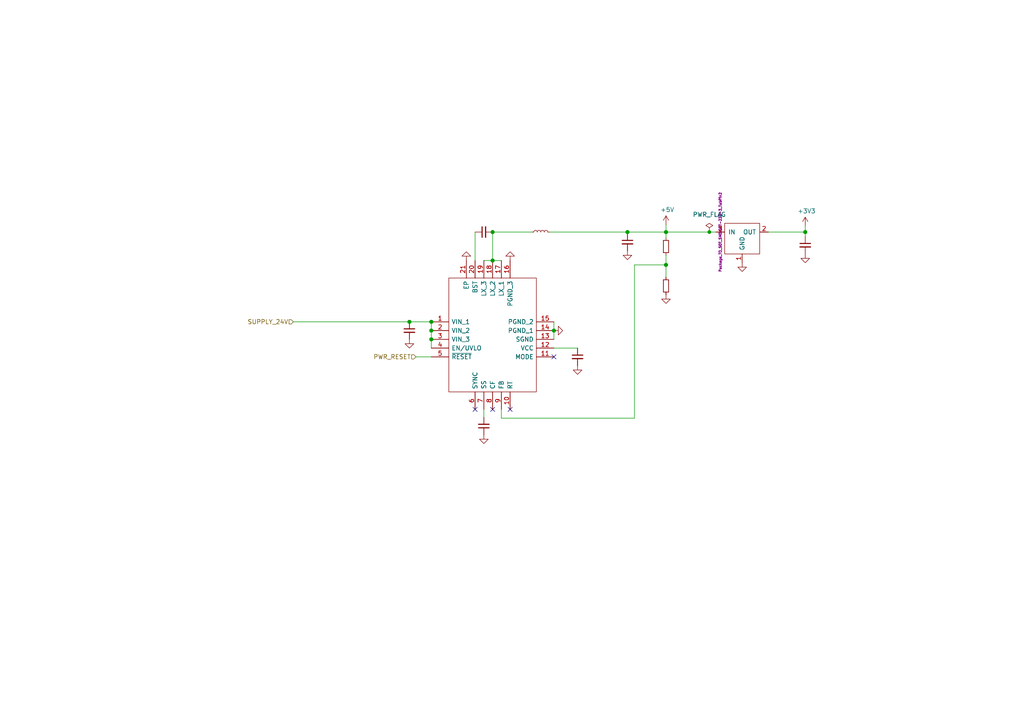
<source format=kicad_sch>
(kicad_sch (version 20231120) (generator "eeschema") (generator_version "8.0")
  (paper "A4")
  (title_block (title "Uni printer") (date "2020-04-30") (rev "2.0") (company "Kartech") (comment 1 "jaroslaw.karwik@gmail.com"))
  (lib_symbols
    (symbol "Device:C_Small" (pin_numbers hide) (pin_names (offset 0.254) hide)
      (property "Reference" "C" (at 0.254 1.778 0))
      (property "Value" "C_Small" (at 0.254 -2.032 0))
      (symbol "C_Small_0_1"
        (polyline (pts (xy -1.524 -0.508) (xy 1.524 -0.508)) (stroke (width 0.3302)))
        (polyline (pts (xy -1.524 0.508) (xy 1.524 0.508)) (stroke (width 0.3048)))
      )
      (symbol "C_Small_1_1"
        (pin passive line (at 0 2.54 270) (length 2.032) (name "~") (number "1"))
        (pin passive line (at 0 -2.54 90) (length 2.032) (name "~") (number "2"))
      )
    )
    (symbol "Device:L_Small" (pin_numbers hide) (pin_names (offset 0.254) hide)
      (property "Reference" "L" (at 0.762 1.016 0))
      (property "Value" "L_Small" (at 0.762 -1.016 0))
      (symbol "L_Small_0_1"
        (arc (start 0 -2.032) (mid 0.5058 -1.524) (end 0 -1.016))
        (arc (start 0 -1.016) (mid 0.5058 -0.508) (end 0 0))
        (arc (start 0 0) (mid 0.5058 0.508) (end 0 1.016))
        (arc (start 0 1.016) (mid 0.5058 1.524) (end 0 2.032))
      )
      (symbol "L_Small_1_1"
        (pin passive line (at 0 2.54 270) (length 0.508) (name "~") (number "1"))
        (pin passive line (at 0 -2.54 90) (length 0.508) (name "~") (number "2"))
      )
    )
    (symbol "Device:R_Small" (pin_numbers hide) (pin_names (offset 0.254) hide)
      (property "Reference" "R" (at 0.762 0.508 0))
      (property "Value" "R_Small" (at 0.762 -1.016 0))
      (symbol "R_Small_0_1"
        (rectangle (start -0.762 1.778) (end 0.762 -1.778) (stroke (width 0.2032)))
      )
      (symbol "R_Small_1_1"
        (pin passive line (at 0 2.54 270) (length 0.762) (name "~") (number "1"))
        (pin passive line (at 0 -2.54 90) (length 0.762) (name "~") (number "2"))
      )
    )
    (symbol "DriveAdd_Printer_v2-rescue:LM1117-step2cnc-Sensor_tank_v1-rescue-Uni_General_v1-rescue-Uni_Printer_v1-rescue-Uni_Printer-rescue" (pin_names (offset 1.016))
      (property "Reference" "IC" (at 3.81 -7.62 0))
      (property "Value" "LM1117-step2cnc-Sensor_tank_v1-rescue-Uni_General_v1-rescue-Uni_Printer_v1-rescue-Uni_Printer-rescue" (at 0 3.81 0))
      (symbol "LM1117-step2cnc-Sensor_tank_v1-rescue-Uni_General_v1-rescue-Uni_Printer_v1-rescue-Uni_Printer-rescue_0_1"
        (rectangle (start -5.08 2.54) (end 5.08 -6.35))
      )
      (symbol "LM1117-step2cnc-Sensor_tank_v1-rescue-Uni_General_v1-rescue-Uni_Printer_v1-rescue-Uni_Printer-rescue_1_1"
        (pin power_in line (at 0 -8.89 90) (length 2.54) (name "GND") (number "1"))
        (pin power_out line (at 7.62 0 180) (length 2.54) (name "OUT") (number "2"))
        (pin power_in line (at -7.62 0 0) (length 2.54) (name "IN") (number "3"))
      )
    )
    (symbol "MAX17503ATP+:MAX17503ATP+" (pin_names (offset 0.762))
      (property "Reference" "IC" (at 31.75 17.78 0))
      (property "Value" "MAX17503ATP+" (at 31.75 15.24 0))
      (symbol "MAX17503ATP+_0_0"
        (pin passive line (at 0 0 0) (length 5.08) (name "VIN_1") (number "1"))
        (pin passive line (at 22.86 -25.4 90) (length 5.08) (name "RT") (number "10"))
        (pin passive line (at 35.56 -10.16 180) (length 5.08) (name "MODE") (number "11"))
        (pin passive line (at 35.56 -7.62 180) (length 5.08) (name "VCC") (number "12"))
        (pin passive line (at 35.56 -5.08 180) (length 5.08) (name "SGND") (number "13"))
        (pin passive line (at 35.56 -2.54 180) (length 5.08) (name "PGND_1") (number "14"))
        (pin passive line (at 35.56 0 180) (length 5.08) (name "PGND_2") (number "15"))
        (pin passive line (at 22.86 17.78 270) (length 5.08) (name "PGND_3") (number "16"))
        (pin passive line (at 20.32 17.78 270) (length 5.08) (name "LX_1") (number "17"))
        (pin passive line (at 17.78 17.78 270) (length 5.08) (name "LX_2") (number "18"))
        (pin passive line (at 15.24 17.78 270) (length 5.08) (name "LX_3") (number "19"))
        (pin passive line (at 0 -2.54 0) (length 5.08) (name "VIN_2") (number "2"))
        (pin passive line (at 12.7 17.78 270) (length 5.08) (name "BST") (number "20"))
        (pin passive line (at 10.16 17.78 270) (length 5.08) (name "EP") (number "21"))
        (pin passive line (at 0 -5.08 0) (length 5.08) (name "VIN_3") (number "3"))
        (pin passive line (at 0 -7.62 0) (length 5.08) (name "EN/UVLO") (number "4"))
        (pin passive line (at 0 -10.16 0) (length 5.08) (name "~{RESET}") (number "5"))
        (pin passive line (at 12.7 -25.4 90) (length 5.08) (name "SYNC") (number "6"))
        (pin passive line (at 15.24 -25.4 90) (length 5.08) (name "SS") (number "7"))
        (pin passive line (at 17.78 -25.4 90) (length 5.08) (name "CF") (number "8"))
        (pin passive line (at 20.32 -25.4 90) (length 5.08) (name "FB") (number "9"))
      )
      (symbol "MAX17503ATP+_0_1"
        (polyline (pts (xy 5.08 12.7) (xy 30.48 12.7) (xy 30.48 -20.32) (xy 5.08 -20.32) (xy 5.08 12.7)) (stroke (width 0.1524)))
      )
    )
    (symbol "power:+3V3" (power) (pin_names (offset 0))
      (property "Value" "+3V3" (at 0 3.556 0))
      (symbol "+3V3_0_1"
        (polyline (pts (xy -0.762 1.27) (xy 0 2.54)))
        (polyline (pts (xy 0 0) (xy 0 2.54)))
        (polyline (pts (xy 0 2.54) (xy 0.762 1.27)))
      )
      (symbol "+3V3_1_1"
        (pin power_in line (at 0 0 90) (length 0) hide (name "+3V3") (number "1"))
      )
    )
    (symbol "power:+5V" (power) (pin_names (offset 0))
      (property "Value" "+5V" (at 0 3.556 0))
      (symbol "+5V_0_1"
        (polyline (pts (xy -0.762 1.27) (xy 0 2.54)))
        (polyline (pts (xy 0 0) (xy 0 2.54)))
        (polyline (pts (xy 0 2.54) (xy 0.762 1.27)))
      )
      (symbol "+5V_1_1"
        (pin power_in line (at 0 0 90) (length 0) hide (name "+5V") (number "1"))
      )
    )
    (symbol "power:GND" (power) (pin_names (offset 0))
      (property "Value" "GND" (at 0 -3.81 0))
      (symbol "GND_0_1"
        (polyline (pts (xy 0 0) (xy 0 -1.27) (xy 1.27 -1.27) (xy 0 -2.54) (xy -1.27 -1.27) (xy 0 -1.27)))
      )
      (symbol "GND_1_1"
        (pin power_in line (at 0 0 270) (length 0) hide (name "GND") (number "1"))
      )
    )
    (symbol "power:PWR_FLAG" (power) (pin_numbers hide) (pin_names (offset 0) hide)
      (property "Value" "PWR_FLAG" (at 0 3.81 0))
      (symbol "PWR_FLAG_0_0"
        (pin power_out line (at 0 0 90) (length 0) (name "pwr") (number "1"))
      )
      (symbol "PWR_FLAG_0_1"
        (polyline (pts (xy 0 0) (xy 0 1.27) (xy -1.016 1.905) (xy 0 2.54) (xy 1.016 1.905) (xy 0 1.27)))
      )
    )
  )
  (junction (at 181.991 67.31) (diameter 1.016))
  (junction (at 160.655 95.885) (diameter 1.016))
  (junction (at 125.095 93.345) (diameter 1.016))
  (junction (at 142.875 75.565) (diameter 1.016))
  (junction (at 125.095 95.885) (diameter 1.016))
  (junction (at 205.74 67.31))
  (junction (at 118.745 93.345) (diameter 1.016))
  (junction (at 193.167 67.31) (diameter 1.016))
  (junction (at 142.875 67.31) (diameter 1.016))
  (junction (at 233.553 67.31) (diameter 1.016))
  (junction (at 193.167 76.835) (diameter 1.016))
  (junction (at 125.095 98.425) (diameter 1.016))
  (no_connect (at 137.795 118.745))
  (no_connect (at 160.655 103.505))
  (no_connect (at 142.875 118.745))
  (no_connect (at 147.955 118.745))
  (wire (pts (xy 193.167 74.041) (xy 193.167 76.835)))
  (wire (pts (xy 159.385 67.31) (xy 181.991 67.31)))
  (wire (pts (xy 145.415 121.285) (xy 184.023 121.285)))
  (wire (pts (xy 118.745 93.345) (xy 125.095 93.345)))
  (wire (pts (xy 193.167 76.835) (xy 193.167 80.391)))
  (wire (pts (xy 140.335 75.565) (xy 142.875 75.565)))
  (wire (pts (xy 125.095 98.425) (xy 125.095 100.965)))
  (wire (pts (xy 160.655 100.965) (xy 167.513 100.965)))
  (wire (pts (xy 137.795 67.31) (xy 137.795 75.565)))
  (wire (pts (xy 120.65 103.505) (xy 125.095 103.505)))
  (wire (pts (xy 125.095 95.885) (xy 125.095 98.425)))
  (wire (pts (xy 233.553 67.31) (xy 233.553 68.58)))
  (wire (pts (xy 85.09 93.345) (xy 118.745 93.345)))
  (wire (pts (xy 233.553 65.532) (xy 233.553 67.31)))
  (wire (pts (xy 142.875 67.31) (xy 154.305 67.31)))
  (wire (pts (xy 160.655 95.885) (xy 160.655 98.425)))
  (wire (pts (xy 181.991 67.31) (xy 181.991 67.691)))
  (wire (pts (xy 222.885 67.31) (xy 233.553 67.31)))
  (wire (pts (xy 125.095 93.345) (xy 125.095 95.885)))
  (wire (pts (xy 142.875 67.31) (xy 142.875 75.565)))
  (wire (pts (xy 193.167 65.151) (xy 193.167 67.31)))
  (wire (pts (xy 184.023 76.835) (xy 193.167 76.835)))
  (wire (pts (xy 142.875 75.565) (xy 145.415 75.565)))
  (wire (pts (xy 184.023 121.285) (xy 184.023 76.835)))
  (wire (pts (xy 193.167 67.31) (xy 205.74 67.31)))
  (wire (pts (xy 205.74 67.31) (xy 207.645 67.31)))
  (wire (pts (xy 193.167 67.31) (xy 193.167 68.961)))
  (wire (pts (xy 140.335 118.745) (xy 140.335 121.031)))
  (wire (pts (xy 145.415 118.745) (xy 145.415 121.285)))
  (wire (pts (xy 181.991 67.31) (xy 193.167 67.31)))
  (wire (pts (xy 160.655 93.345) (xy 160.655 95.885)))
  (hierarchical_label "PWR_RESET" (shape input) (at 120.65 103.505 180))
  (hierarchical_label "SUPPLY_24V" (shape input) (at 85.09 93.345 180))
  (symbol (lib_id "power:+3V3") (at 233.553 65.532 0) (unit 1)
    (property "Reference" "#PWR0137" (effects (hide yes)))
    (property "Value" "+3V3" (at 233.934 61.214 0))
  )
  (symbol (lib_id "power:GND") (at 118.745 98.425 0) (unit 1)
    (property "Reference" "#PWR0127" (effects (hide yes)))
    (property "Value" "GND" (effects (hide yes)))
  )
  (symbol (lib_id "power:GND") (at 135.255 75.565 180) (unit 1)
    (property "Reference" "#PWR0128" (effects (hide yes)))
    (property "Value" "GND" (effects (hide yes)))
  )
  (symbol (lib_id "Device:C_Small") (at 233.553 71.12 0) (unit 1)
    (property "Reference" "C6" (effects (hide yes)))
    (property "Value" "100uF 6.3V Tantal" (effects (hide yes)))
    (property "Footprint" "Capacitor_Tantalum_SMD:CP_EIA-6032-28_Kemet-C" (effects (hide yes)))
    (property "TME" "293D107X96R3D2TE3" (effects (hide yes)))
  )
  (symbol (lib_id "power:GND") (at 193.167 85.471 0) (unit 1)
    (property "Reference" "#PWR0135" (effects (hide yes)))
    (property "Value" "GND" (effects (hide yes)))
  )
  (symbol (lib_id "Device:L_Small") (at 156.845 67.31 90) (unit 1)
    (property "Reference" "L1" (effects (hide yes)))
    (property "Value" "10uH" (effects (hide yes)))
    (property "Footprint" "moje:HPI0630" (effects (hide yes)))
    (property "TME" "HPI0630-100" (effects (hide yes)))
  )
  (symbol (lib_id "power:GND") (at 167.513 106.045 0) (unit 1)
    (property "Reference" "#PWR0132" (effects (hide yes)))
    (property "Value" "GND" (effects (hide yes)))
  )
  (symbol (lib_id "Device:C_Small") (at 181.991 70.231 0) (unit 1)
    (property "Reference" "C5" (effects (hide yes)))
    (property "Value" "22uF 25V" (effects (hide yes)))
    (property "Footprint" "Capacitor_SMD:C_1210_3225Metric" (effects (hide yes)))
    (property "TME" "CL32A226KAJNNNE" (effects (hide yes)))
  )
  (symbol (lib_id "power:GND") (at 233.553 73.66 0) (unit 1)
    (property "Reference" "#PWR0138" (effects (hide yes)))
    (property "Value" "GND" (effects (hide yes)))
  )
  (symbol (lib_id "MAX17503ATP+:MAX17503ATP+") (at 125.095 93.345 0) (unit 1)
    (property "Reference" "IC1" (effects (hide yes)))
    (property "Value" "MAX17503ATP+" (effects (hide yes)))
    (property "Footprint" "moje:QFN50P400X400X80-21N" (effects (hide yes)))
    (property "Datasheet" "https://pdfserv.maximintegrated.com/en/ds/MAX17503.pdf" (effects (hide yes)))
    (property "Description" "MAXIM INTEGRATED PRODUCTS - MAX17503ATP+ - DC-DC Switching Sync-Buck (Step Down)Regulator, Adj, 4.5V-60Vin, 900mV-54V/2.5A out, 2.2MHz, TQFN-20" (effects (hide yes)))
    (property "Height" "0.8" (effects (hide yes)))
    (property "Manufacturer_Name" "Maxim Integrated" (effects (hide yes)))
    (property "Manufacturer_Part_Number" "MAX17503ATP+" (effects (hide yes)))
    (property "Mouser Part Number" "700-MAX17503ATP+" (effects (hide yes)))
    (property "Mouser Price/Stock" "https://www.mouser.com/Search/Refine.aspx?Keyword=700-MAX17503ATP%2B" (effects (hide yes)))
    (property "Digi" "MAX17503ATP+-ND" (effects (hide yes)))
  )
  (symbol (lib_id "power:GND") (at 147.955 75.565 180) (unit 1)
    (property "Reference" "#PWR0130" (effects (hide yes)))
    (property "Value" "GND" (effects (hide yes)))
  )
  (symbol (lib_id "Device:C_Small") (at 140.335 67.31 90) (unit 1)
    (property "Reference" "C2" (effects (hide yes)))
    (property "Value" "100n" (effects (hide yes)))
    (property "Footprint" "Capacitor_SMD:C_0603_1608Metric" (effects (hide yes)))
  )
  (symbol (lib_id "Device:C_Small") (at 140.335 123.571 180) (unit 1)
    (property "Reference" "C3" (effects (hide yes)))
    (property "Value" "5.6nF" (effects (hide yes)))
    (property "Footprint" "Capacitor_SMD:C_0603_1608Metric" (effects (hide yes)))
  )
  (symbol (lib_id "power:PWR_FLAG") (at 205.74 67.31 0) (unit 1)
    (property "Reference" "#FLG01" (effects (hide yes)))
    (property "Value" "PWR_FLAG" (at 205.74 62.23 0))
  )
  (symbol (lib_id "power:GND") (at 215.265 76.2 0) (unit 1)
    (property "Reference" "#PWR0136" (effects (hide yes)))
    (property "Value" "GND" (effects (hide yes)))
  )
  (symbol (lib_id "Device:C_Small") (at 167.513 103.505 0) (unit 1)
    (property "Reference" "C4" (effects (hide yes)))
    (property "Value" "2.2uF" (effects (hide yes)))
    (property "Footprint" "Capacitor_SMD:C_0603_1608Metric" (effects (hide yes)))
  )
  (symbol (lib_id "power:+5V") (at 193.167 65.151 0) (unit 1)
    (property "Reference" "#PWR0134" (effects (hide yes)))
    (property "Value" "+5V" (at 193.548 60.833 0))
  )
  (symbol (lib_id "Device:C_Small") (at 118.745 95.885 0) (unit 1)
    (property "Reference" "C1" (effects (hide yes)))
    (property "Value" "10uF 50V" (effects (hide yes)))
    (property "Footprint" "Capacitor_SMD:C_1210_3225Metric" (effects (hide yes)))
    (property "TME" "1210B106K500CT" (effects (hide yes)))
  )
  (symbol (lib_id "DriveAdd_Printer_v2-rescue:LM1117-step2cnc-Sensor_tank_v1-rescue-Uni_General_v1-rescue-Uni_Printer_v1-rescue-Uni_Printer-rescue") (at 215.265 67.31 0) (unit 1)
    (property "Reference" "IC2" (effects (hide yes)))
    (property "Value" "TLV1117-33" (effects (hide yes)))
    (property "Footprint" "Package_TO_SOT_SMD:SOT-223-3_TabPin2" (at 208.915 67.31 90) (effects (font (size 0.7112 0.7112))))
    (property "TME" "TLV1117-33CDCYG3" (effects (hide yes)))
  )
  (symbol (lib_id "power:GND") (at 160.655 95.885 90) (unit 1)
    (property "Reference" "#PWR0131" (effects (hide yes)))
    (property "Value" "GND" (effects (hide yes)))
  )
  (symbol (lib_id "Device:R_Small") (at 193.167 82.931 0) (unit 1)
    (property "Reference" "R2" (effects (hide yes)))
    (property "Value" "39k" (effects (hide yes)))
    (property "Footprint" "Resistor_SMD:R_0603_1608Metric" (effects (hide yes)))
  )
  (symbol (lib_id "power:GND") (at 181.991 72.771 0) (unit 1)
    (property "Reference" "#PWR0133" (effects (hide yes)))
    (property "Value" "GND" (effects (hide yes)))
  )
  (symbol (lib_id "power:GND") (at 140.335 126.111 0) (unit 1)
    (property "Reference" "#PWR0129" (effects (hide yes)))
    (property "Value" "GND" (effects (hide yes)))
  )
  (symbol (lib_id "Device:R_Small") (at 193.167 71.501 0) (unit 1)
    (property "Reference" "R1" (effects (hide yes)))
    (property "Value" "178k" (effects (hide yes)))
    (property "Footprint" "Resistor_SMD:R_0603_1608Metric" (effects (hide yes)))
  )
)
</source>
